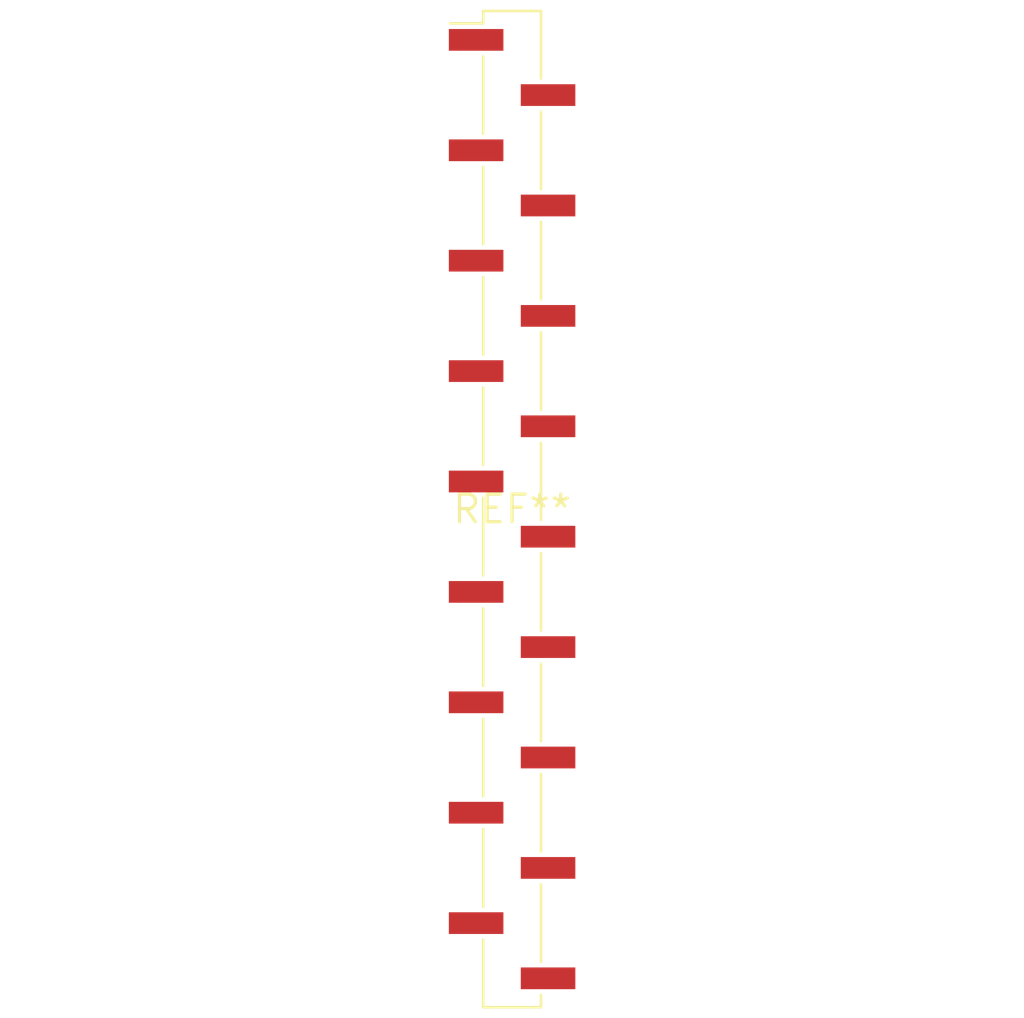
<source format=kicad_pcb>
(kicad_pcb (version 20240108) (generator pcbnew)
  (layers (0 "F.Cu" signal) (31 "B.Cu" signal) (34 "B.Paste" user) (35 "F.Paste" user) (36 "B.SilkS" user "B.Silkscreen") (37 "F.SilkS" user "F.Silkscreen") (38 "B.Mask" user) (39 "F.Mask" user) (44 "Edge.Cuts" user))
  (net 0 "")
  (footprint "PinHeader_1x18_P2.54mm_Vertical_SMD_Pin1Left" (layer "F.Cu") (at 0 0)
    (property "Reference" "REF**")
    (property "Value" "PinHeader_1x18_P2.54mm_Vertical_SMD_Pin1Left")
    (fp_line (start -1.33 -22.92) (end -1.33 -22.35) (layer "F.SilkS") (stroke (width 0.12)))
    (fp_line (start -1.33 -22.92) (end 1.33 -22.92) (layer "F.SilkS") (stroke (width 0.12)))
    (fp_line (start -1.33 -22.35) (end -2.85 -22.35) (layer "F.SilkS") (stroke (width 0.12)))
    (fp_line (start -1.33 -20.83) (end -1.33 -17.27) (layer "F.SilkS") (stroke (width 0.12)))
    (fp_line (start -1.33 -15.75) (end -1.33 -12.19) (layer "F.SilkS") (stroke (width 0.12)))
    (fp_line (start -1.33 -10.67) (end -1.33 -7.11) (layer "F.SilkS") (stroke (width 0.12)))
    (fp_line (start -1.33 -5.59) (end -1.33 -2.03) (layer "F.SilkS") (stroke (width 0.12)))
    (fp_line (start -1.33 -0.51) (end -1.33 3.05) (layer "F.SilkS") (stroke (width 0.12)))
    (fp_line (start -1.33 4.57) (end -1.33 8.13) (layer "F.SilkS") (stroke (width 0.12)))
    (fp_line (start -1.33 9.65) (end -1.33 13.21) (layer "F.SilkS") (stroke (width 0.12)))
    (fp_line (start -1.33 14.73) (end -1.33 18.29) (layer "F.SilkS") (stroke (width 0.12)))
    (fp_line (start -1.33 19.81) (end -1.33 22.92) (layer "F.SilkS") (stroke (width 0.12)))
    (fp_line (start -1.33 22.92) (end 1.33 22.92) (layer "F.SilkS") (stroke (width 0.12)))
    (fp_line (start 1.33 -22.92) (end 1.33 -19.81) (layer "F.SilkS") (stroke (width 0.12)))
    (fp_line (start 1.33 -18.29) (end 1.33 -14.73) (layer "F.SilkS") (stroke (width 0.12)))
    (fp_line (start 1.33 -13.21) (end 1.33 -9.65) (layer "F.SilkS") (stroke (width 0.12)))
    (fp_line (start 1.33 -8.13) (end 1.33 -4.57) (layer "F.SilkS") (stroke (width 0.12)))
    (fp_line (start 1.33 -3.05) (end 1.33 0.51) (layer "F.SilkS") (stroke (width 0.12)))
    (fp_line (start 1.33 2.03) (end 1.33 5.59) (layer "F.SilkS") (stroke (width 0.12)))
    (fp_line (start 1.33 7.11) (end 1.33 10.67) (layer "F.SilkS") (stroke (width 0.12)))
    (fp_line (start 1.33 12.19) (end 1.33 15.75) (layer "F.SilkS") (stroke (width 0.12)))
    (fp_line (start 1.33 17.27) (end 1.33 20.83) (layer "F.SilkS") (stroke (width 0.12)))
    (fp_line (start 1.33 22.35) (end 1.33 22.92) (layer "F.SilkS") (stroke (width 0.12)))
    (pad "1" smd rect (at -1.655 -21.59) (size 2.51 1) (layers "F.Cu" "F.Paste" "F.Mask"))
    (pad "2" smd rect (at 1.655 -19.05) (size 2.51 1) (layers "F.Cu" "F.Paste" "F.Mask"))
    (pad "3" smd rect (at -1.655 -16.51) (size 2.51 1) (layers "F.Cu" "F.Paste" "F.Mask"))
    (pad "4" smd rect (at 1.655 -13.97) (size 2.51 1) (layers "F.Cu" "F.Paste" "F.Mask"))
    (pad "5" smd rect (at -1.655 -11.43) (size 2.51 1) (layers "F.Cu" "F.Paste" "F.Mask"))
    (pad "6" smd rect (at 1.655 -8.89) (size 2.51 1) (layers "F.Cu" "F.Paste" "F.Mask"))
    (pad "7" smd rect (at -1.655 -6.35) (size 2.51 1) (layers "F.Cu" "F.Paste" "F.Mask"))
    (pad "8" smd rect (at 1.655 -3.81) (size 2.51 1) (layers "F.Cu" "F.Paste" "F.Mask"))
    (pad "9" smd rect (at -1.655 -1.27) (size 2.51 1) (layers "F.Cu" "F.Paste" "F.Mask"))
    (pad "10" smd rect (at 1.655 1.27) (size 2.51 1) (layers "F.Cu" "F.Paste" "F.Mask"))
    (pad "11" smd rect (at -1.655 3.81) (size 2.51 1) (layers "F.Cu" "F.Paste" "F.Mask"))
    (pad "12" smd rect (at 1.655 6.35) (size 2.51 1) (layers "F.Cu" "F.Paste" "F.Mask"))
    (pad "13" smd rect (at -1.655 8.89) (size 2.51 1) (layers "F.Cu" "F.Paste" "F.Mask"))
    (pad "14" smd rect (at 1.655 11.43) (size 2.51 1) (layers "F.Cu" "F.Paste" "F.Mask"))
    (pad "15" smd rect (at -1.655 13.97) (size 2.51 1) (layers "F.Cu" "F.Paste" "F.Mask"))
    (pad "16" smd rect (at 1.655 16.51) (size 2.51 1) (layers "F.Cu" "F.Paste" "F.Mask"))
    (pad "17" smd rect (at -1.655 19.05) (size 2.51 1) (layers "F.Cu" "F.Paste" "F.Mask"))
    (pad "18" smd rect (at 1.655 21.59) (size 2.51 1) (layers "F.Cu" "F.Paste" "F.Mask"))
  )
)
</source>
